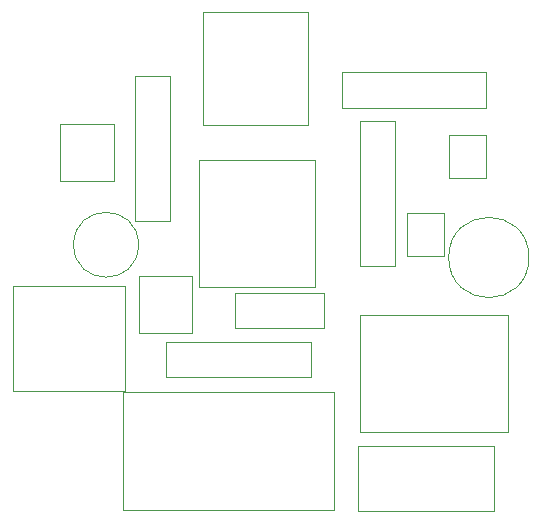
<source format=gbr>
G04 #@! TF.GenerationSoftware,KiCad,Pcbnew,(5.1.2)-1*
G04 #@! TF.CreationDate,2019-06-20T14:25:27-05:00*
G04 #@! TF.ProjectId,montaje,6d6f6e74-616a-4652-9e6b-696361645f70,rev?*
G04 #@! TF.SameCoordinates,Original*
G04 #@! TF.FileFunction,Other,User*
%FSLAX46Y46*%
G04 Gerber Fmt 4.6, Leading zero omitted, Abs format (unit mm)*
G04 Created by KiCad (PCBNEW (5.1.2)-1) date 2019-06-20 14:25:27*
%MOMM*%
%LPD*%
G04 APERTURE LIST*
%ADD10C,0.050000*%
G04 APERTURE END LIST*
D10*
X175070000Y-87350000D02*
X165270000Y-87350000D01*
X175070000Y-98050000D02*
X175070000Y-87350000D01*
X165270000Y-98050000D02*
X175070000Y-98050000D01*
X165270000Y-87350000D02*
X165270000Y-98050000D01*
X190221000Y-111550000D02*
X178721000Y-111550000D01*
X190221000Y-117050000D02*
X190221000Y-111550000D01*
X178721000Y-117050000D02*
X190221000Y-117050000D01*
X178721000Y-111550000D02*
X178721000Y-117050000D01*
X176698000Y-116974000D02*
X176698000Y-106974000D01*
X176698000Y-106974000D02*
X158798000Y-106974000D01*
X158798000Y-106974000D02*
X158798000Y-116974000D01*
X158798000Y-116974000D02*
X176698000Y-116974000D01*
X159790000Y-80230000D02*
X159790000Y-92490000D01*
X162790000Y-80230000D02*
X159790000Y-80230000D01*
X162790000Y-92490000D02*
X162790000Y-80230000D01*
X159790000Y-92490000D02*
X162790000Y-92490000D01*
X162462500Y-105703500D02*
X174722500Y-105703500D01*
X162462500Y-102703500D02*
X162462500Y-105703500D01*
X174722500Y-102703500D02*
X162462500Y-102703500D01*
X174722500Y-105703500D02*
X174722500Y-102703500D01*
X181840000Y-96300000D02*
X181840000Y-84040000D01*
X178840000Y-96300000D02*
X181840000Y-96300000D01*
X178840000Y-84040000D02*
X178840000Y-96300000D01*
X181840000Y-84040000D02*
X178840000Y-84040000D01*
X178840000Y-100460000D02*
X191420000Y-100460000D01*
X178840000Y-100460000D02*
X178840000Y-110360000D01*
X191420000Y-110360000D02*
X191420000Y-100460000D01*
X191420000Y-110360000D02*
X178840000Y-110360000D01*
X189568800Y-79881600D02*
X177308800Y-79881600D01*
X189568800Y-82881600D02*
X189568800Y-79881600D01*
X177308800Y-82881600D02*
X189568800Y-82881600D01*
X177308800Y-79881600D02*
X177308800Y-82881600D01*
X185954000Y-91814000D02*
X182854000Y-91814000D01*
X185954000Y-95414000D02*
X185954000Y-91814000D01*
X182854000Y-95414000D02*
X185954000Y-95414000D01*
X182854000Y-91814000D02*
X182854000Y-95414000D01*
X189510000Y-85210000D02*
X186410000Y-85210000D01*
X189510000Y-88810000D02*
X189510000Y-85210000D01*
X186410000Y-88810000D02*
X189510000Y-88810000D01*
X186410000Y-85210000D02*
X186410000Y-88810000D01*
X165598800Y-84311600D02*
X174458800Y-84311600D01*
X165598800Y-74811600D02*
X165598800Y-84311600D01*
X174458800Y-74811600D02*
X165598800Y-74811600D01*
X174458800Y-84311600D02*
X174458800Y-74811600D01*
X159013000Y-106844000D02*
X159013000Y-97984000D01*
X149513000Y-106844000D02*
X159013000Y-106844000D01*
X149513000Y-97984000D02*
X149513000Y-106844000D01*
X159013000Y-97984000D02*
X149513000Y-97984000D01*
X153515500Y-84247500D02*
X153515500Y-89097500D01*
X158015500Y-84247500D02*
X153515500Y-84247500D01*
X158015500Y-89097500D02*
X158015500Y-84247500D01*
X153515500Y-89097500D02*
X158015500Y-89097500D01*
X164683000Y-101998000D02*
X164683000Y-97148000D01*
X160183000Y-101998000D02*
X164683000Y-101998000D01*
X160183000Y-97148000D02*
X160183000Y-101998000D01*
X164683000Y-97148000D02*
X160183000Y-97148000D01*
X160123000Y-94488000D02*
G75*
G03X160123000Y-94488000I-2750000J0D01*
G01*
X175795000Y-101576000D02*
X175795000Y-98576000D01*
X175795000Y-98576000D02*
X168295000Y-98576000D01*
X168295000Y-98576000D02*
X168295000Y-101576000D01*
X168295000Y-101576000D02*
X175795000Y-101576000D01*
X193181500Y-95567500D02*
G75*
G03X193181500Y-95567500I-3400000J0D01*
G01*
M02*

</source>
